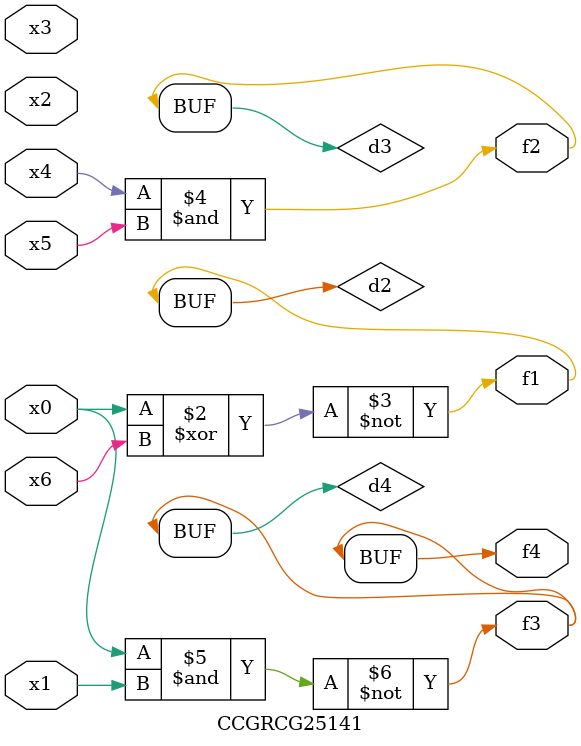
<source format=v>
module CCGRCG25141(
	input x0, x1, x2, x3, x4, x5, x6,
	output f1, f2, f3, f4
);

	wire d1, d2, d3, d4;

	nor (d1, x0);
	xnor (d2, x0, x6);
	and (d3, x4, x5);
	nand (d4, x0, x1);
	assign f1 = d2;
	assign f2 = d3;
	assign f3 = d4;
	assign f4 = d4;
endmodule

</source>
